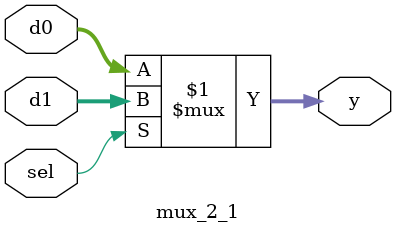
<source format=v>

module mux_2_1 (
    input  wire [31:0] d0,
    input  wire [31:0] d1,
    input  wire sel,
    output wire [31:0] y
);

    assign y = (sel) ? d1 : d0;

endmodule

</source>
